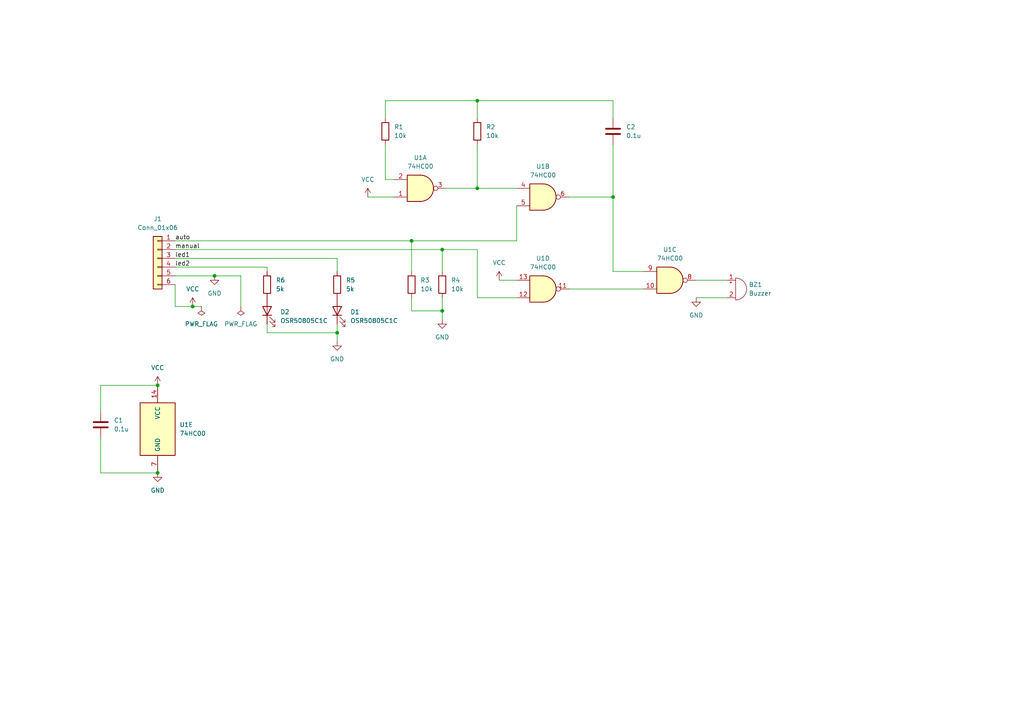
<source format=kicad_sch>
(kicad_sch (version 20211123) (generator eeschema)

  (uuid e63e39d7-6ac0-4ffd-8aa3-1841a4541b55)

  (paper "A4")

  (lib_symbols
    (symbol "74xx:74HC00" (pin_names (offset 1.016)) (in_bom yes) (on_board yes)
      (property "Reference" "U" (id 0) (at 0 1.27 0)
        (effects (font (size 1.27 1.27)))
      )
      (property "Value" "74HC00" (id 1) (at 0 -1.27 0)
        (effects (font (size 1.27 1.27)))
      )
      (property "Footprint" "" (id 2) (at 0 0 0)
        (effects (font (size 1.27 1.27)) hide)
      )
      (property "Datasheet" "http://www.ti.com/lit/gpn/sn74hc00" (id 3) (at 0 0 0)
        (effects (font (size 1.27 1.27)) hide)
      )
      (property "ki_locked" "" (id 4) (at 0 0 0)
        (effects (font (size 1.27 1.27)))
      )
      (property "ki_keywords" "HCMOS nand 2-input" (id 5) (at 0 0 0)
        (effects (font (size 1.27 1.27)) hide)
      )
      (property "ki_description" "quad 2-input NAND gate" (id 6) (at 0 0 0)
        (effects (font (size 1.27 1.27)) hide)
      )
      (property "ki_fp_filters" "DIP*W7.62mm* SO14*" (id 7) (at 0 0 0)
        (effects (font (size 1.27 1.27)) hide)
      )
      (symbol "74HC00_1_1"
        (arc (start 0 -3.81) (mid 3.81 0) (end 0 3.81)
          (stroke (width 0.254) (type default) (color 0 0 0 0))
          (fill (type background))
        )
        (polyline
          (pts
            (xy 0 3.81)
            (xy -3.81 3.81)
            (xy -3.81 -3.81)
            (xy 0 -3.81)
          )
          (stroke (width 0.254) (type default) (color 0 0 0 0))
          (fill (type background))
        )
        (pin input line (at -7.62 2.54 0) (length 3.81)
          (name "~" (effects (font (size 1.27 1.27))))
          (number "1" (effects (font (size 1.27 1.27))))
        )
        (pin input line (at -7.62 -2.54 0) (length 3.81)
          (name "~" (effects (font (size 1.27 1.27))))
          (number "2" (effects (font (size 1.27 1.27))))
        )
        (pin output inverted (at 7.62 0 180) (length 3.81)
          (name "~" (effects (font (size 1.27 1.27))))
          (number "3" (effects (font (size 1.27 1.27))))
        )
      )
      (symbol "74HC00_1_2"
        (arc (start -3.81 -3.81) (mid -2.589 0) (end -3.81 3.81)
          (stroke (width 0.254) (type default) (color 0 0 0 0))
          (fill (type none))
        )
        (arc (start -0.6096 -3.81) (mid 2.1855 -2.584) (end 3.81 0)
          (stroke (width 0.254) (type default) (color 0 0 0 0))
          (fill (type background))
        )
        (polyline
          (pts
            (xy -3.81 -3.81)
            (xy -0.635 -3.81)
          )
          (stroke (width 0.254) (type default) (color 0 0 0 0))
          (fill (type background))
        )
        (polyline
          (pts
            (xy -3.81 3.81)
            (xy -0.635 3.81)
          )
          (stroke (width 0.254) (type default) (color 0 0 0 0))
          (fill (type background))
        )
        (polyline
          (pts
            (xy -0.635 3.81)
            (xy -3.81 3.81)
            (xy -3.81 3.81)
            (xy -3.556 3.4036)
            (xy -3.0226 2.2606)
            (xy -2.6924 1.0414)
            (xy -2.6162 -0.254)
            (xy -2.7686 -1.4986)
            (xy -3.175 -2.7178)
            (xy -3.81 -3.81)
            (xy -3.81 -3.81)
            (xy -0.635 -3.81)
          )
          (stroke (width -25.4) (type default) (color 0 0 0 0))
          (fill (type background))
        )
        (arc (start 3.81 0) (mid 2.1928 2.5925) (end -0.6096 3.81)
          (stroke (width 0.254) (type default) (color 0 0 0 0))
          (fill (type background))
        )
        (pin input inverted (at -7.62 2.54 0) (length 4.318)
          (name "~" (effects (font (size 1.27 1.27))))
          (number "1" (effects (font (size 1.27 1.27))))
        )
        (pin input inverted (at -7.62 -2.54 0) (length 4.318)
          (name "~" (effects (font (size 1.27 1.27))))
          (number "2" (effects (font (size 1.27 1.27))))
        )
        (pin output line (at 7.62 0 180) (length 3.81)
          (name "~" (effects (font (size 1.27 1.27))))
          (number "3" (effects (font (size 1.27 1.27))))
        )
      )
      (symbol "74HC00_2_1"
        (arc (start 0 -3.81) (mid 3.81 0) (end 0 3.81)
          (stroke (width 0.254) (type default) (color 0 0 0 0))
          (fill (type background))
        )
        (polyline
          (pts
            (xy 0 3.81)
            (xy -3.81 3.81)
            (xy -3.81 -3.81)
            (xy 0 -3.81)
          )
          (stroke (width 0.254) (type default) (color 0 0 0 0))
          (fill (type background))
        )
        (pin input line (at -7.62 2.54 0) (length 3.81)
          (name "~" (effects (font (size 1.27 1.27))))
          (number "4" (effects (font (size 1.27 1.27))))
        )
        (pin input line (at -7.62 -2.54 0) (length 3.81)
          (name "~" (effects (font (size 1.27 1.27))))
          (number "5" (effects (font (size 1.27 1.27))))
        )
        (pin output inverted (at 7.62 0 180) (length 3.81)
          (name "~" (effects (font (size 1.27 1.27))))
          (number "6" (effects (font (size 1.27 1.27))))
        )
      )
      (symbol "74HC00_2_2"
        (arc (start -3.81 -3.81) (mid -2.589 0) (end -3.81 3.81)
          (stroke (width 0.254) (type default) (color 0 0 0 0))
          (fill (type none))
        )
        (arc (start -0.6096 -3.81) (mid 2.1855 -2.584) (end 3.81 0)
          (stroke (width 0.254) (type default) (color 0 0 0 0))
          (fill (type background))
        )
        (polyline
          (pts
            (xy -3.81 -3.81)
            (xy -0.635 -3.81)
          )
          (stroke (width 0.254) (type default) (color 0 0 0 0))
          (fill (type background))
        )
        (polyline
          (pts
            (xy -3.81 3.81)
            (xy -0.635 3.81)
          )
          (stroke (width 0.254) (type default) (color 0 0 0 0))
          (fill (type background))
        )
        (polyline
          (pts
            (xy -0.635 3.81)
            (xy -3.81 3.81)
            (xy -3.81 3.81)
            (xy -3.556 3.4036)
            (xy -3.0226 2.2606)
            (xy -2.6924 1.0414)
            (xy -2.6162 -0.254)
            (xy -2.7686 -1.4986)
            (xy -3.175 -2.7178)
            (xy -3.81 -3.81)
            (xy -3.81 -3.81)
            (xy -0.635 -3.81)
          )
          (stroke (width -25.4) (type default) (color 0 0 0 0))
          (fill (type background))
        )
        (arc (start 3.81 0) (mid 2.1928 2.5925) (end -0.6096 3.81)
          (stroke (width 0.254) (type default) (color 0 0 0 0))
          (fill (type background))
        )
        (pin input inverted (at -7.62 2.54 0) (length 4.318)
          (name "~" (effects (font (size 1.27 1.27))))
          (number "4" (effects (font (size 1.27 1.27))))
        )
        (pin input inverted (at -7.62 -2.54 0) (length 4.318)
          (name "~" (effects (font (size 1.27 1.27))))
          (number "5" (effects (font (size 1.27 1.27))))
        )
        (pin output line (at 7.62 0 180) (length 3.81)
          (name "~" (effects (font (size 1.27 1.27))))
          (number "6" (effects (font (size 1.27 1.27))))
        )
      )
      (symbol "74HC00_3_1"
        (arc (start 0 -3.81) (mid 3.81 0) (end 0 3.81)
          (stroke (width 0.254) (type default) (color 0 0 0 0))
          (fill (type background))
        )
        (polyline
          (pts
            (xy 0 3.81)
            (xy -3.81 3.81)
            (xy -3.81 -3.81)
            (xy 0 -3.81)
          )
          (stroke (width 0.254) (type default) (color 0 0 0 0))
          (fill (type background))
        )
        (pin input line (at -7.62 -2.54 0) (length 3.81)
          (name "~" (effects (font (size 1.27 1.27))))
          (number "10" (effects (font (size 1.27 1.27))))
        )
        (pin output inverted (at 7.62 0 180) (length 3.81)
          (name "~" (effects (font (size 1.27 1.27))))
          (number "8" (effects (font (size 1.27 1.27))))
        )
        (pin input line (at -7.62 2.54 0) (length 3.81)
          (name "~" (effects (font (size 1.27 1.27))))
          (number "9" (effects (font (size 1.27 1.27))))
        )
      )
      (symbol "74HC00_3_2"
        (arc (start -3.81 -3.81) (mid -2.589 0) (end -3.81 3.81)
          (stroke (width 0.254) (type default) (color 0 0 0 0))
          (fill (type none))
        )
        (arc (start -0.6096 -3.81) (mid 2.1855 -2.584) (end 3.81 0)
          (stroke (width 0.254) (type default) (color 0 0 0 0))
          (fill (type background))
        )
        (polyline
          (pts
            (xy -3.81 -3.81)
            (xy -0.635 -3.81)
          )
          (stroke (width 0.254) (type default) (color 0 0 0 0))
          (fill (type background))
        )
        (polyline
          (pts
            (xy -3.81 3.81)
            (xy -0.635 3.81)
          )
          (stroke (width 0.254) (type default) (color 0 0 0 0))
          (fill (type background))
        )
        (polyline
          (pts
            (xy -0.635 3.81)
            (xy -3.81 3.81)
            (xy -3.81 3.81)
            (xy -3.556 3.4036)
            (xy -3.0226 2.2606)
            (xy -2.6924 1.0414)
            (xy -2.6162 -0.254)
            (xy -2.7686 -1.4986)
            (xy -3.175 -2.7178)
            (xy -3.81 -3.81)
            (xy -3.81 -3.81)
            (xy -0.635 -3.81)
          )
          (stroke (width -25.4) (type default) (color 0 0 0 0))
          (fill (type background))
        )
        (arc (start 3.81 0) (mid 2.1928 2.5925) (end -0.6096 3.81)
          (stroke (width 0.254) (type default) (color 0 0 0 0))
          (fill (type background))
        )
        (pin input inverted (at -7.62 -2.54 0) (length 4.318)
          (name "~" (effects (font (size 1.27 1.27))))
          (number "10" (effects (font (size 1.27 1.27))))
        )
        (pin output line (at 7.62 0 180) (length 3.81)
          (name "~" (effects (font (size 1.27 1.27))))
          (number "8" (effects (font (size 1.27 1.27))))
        )
        (pin input inverted (at -7.62 2.54 0) (length 4.318)
          (name "~" (effects (font (size 1.27 1.27))))
          (number "9" (effects (font (size 1.27 1.27))))
        )
      )
      (symbol "74HC00_4_1"
        (arc (start 0 -3.81) (mid 3.81 0) (end 0 3.81)
          (stroke (width 0.254) (type default) (color 0 0 0 0))
          (fill (type background))
        )
        (polyline
          (pts
            (xy 0 3.81)
            (xy -3.81 3.81)
            (xy -3.81 -3.81)
            (xy 0 -3.81)
          )
          (stroke (width 0.254) (type default) (color 0 0 0 0))
          (fill (type background))
        )
        (pin output inverted (at 7.62 0 180) (length 3.81)
          (name "~" (effects (font (size 1.27 1.27))))
          (number "11" (effects (font (size 1.27 1.27))))
        )
        (pin input line (at -7.62 2.54 0) (length 3.81)
          (name "~" (effects (font (size 1.27 1.27))))
          (number "12" (effects (font (size 1.27 1.27))))
        )
        (pin input line (at -7.62 -2.54 0) (length 3.81)
          (name "~" (effects (font (size 1.27 1.27))))
          (number "13" (effects (font (size 1.27 1.27))))
        )
      )
      (symbol "74HC00_4_2"
        (arc (start -3.81 -3.81) (mid -2.589 0) (end -3.81 3.81)
          (stroke (width 0.254) (type default) (color 0 0 0 0))
          (fill (type none))
        )
        (arc (start -0.6096 -3.81) (mid 2.1855 -2.584) (end 3.81 0)
          (stroke (width 0.254) (type default) (color 0 0 0 0))
          (fill (type background))
        )
        (polyline
          (pts
            (xy -3.81 -3.81)
            (xy -0.635 -3.81)
          )
          (stroke (width 0.254) (type default) (color 0 0 0 0))
          (fill (type background))
        )
        (polyline
          (pts
            (xy -3.81 3.81)
            (xy -0.635 3.81)
          )
          (stroke (width 0.254) (type default) (color 0 0 0 0))
          (fill (type background))
        )
        (polyline
          (pts
            (xy -0.635 3.81)
            (xy -3.81 3.81)
            (xy -3.81 3.81)
            (xy -3.556 3.4036)
            (xy -3.0226 2.2606)
            (xy -2.6924 1.0414)
            (xy -2.6162 -0.254)
            (xy -2.7686 -1.4986)
            (xy -3.175 -2.7178)
            (xy -3.81 -3.81)
            (xy -3.81 -3.81)
            (xy -0.635 -3.81)
          )
          (stroke (width -25.4) (type default) (color 0 0 0 0))
          (fill (type background))
        )
        (arc (start 3.81 0) (mid 2.1928 2.5925) (end -0.6096 3.81)
          (stroke (width 0.254) (type default) (color 0 0 0 0))
          (fill (type background))
        )
        (pin output line (at 7.62 0 180) (length 3.81)
          (name "~" (effects (font (size 1.27 1.27))))
          (number "11" (effects (font (size 1.27 1.27))))
        )
        (pin input inverted (at -7.62 2.54 0) (length 4.318)
          (name "~" (effects (font (size 1.27 1.27))))
          (number "12" (effects (font (size 1.27 1.27))))
        )
        (pin input inverted (at -7.62 -2.54 0) (length 4.318)
          (name "~" (effects (font (size 1.27 1.27))))
          (number "13" (effects (font (size 1.27 1.27))))
        )
      )
      (symbol "74HC00_5_0"
        (pin power_in line (at 0 12.7 270) (length 5.08)
          (name "VCC" (effects (font (size 1.27 1.27))))
          (number "14" (effects (font (size 1.27 1.27))))
        )
        (pin power_in line (at 0 -12.7 90) (length 5.08)
          (name "GND" (effects (font (size 1.27 1.27))))
          (number "7" (effects (font (size 1.27 1.27))))
        )
      )
      (symbol "74HC00_5_1"
        (rectangle (start -5.08 7.62) (end 5.08 -7.62)
          (stroke (width 0.254) (type default) (color 0 0 0 0))
          (fill (type background))
        )
      )
    )
    (symbol "Connector_Generic:Conn_01x06" (pin_names (offset 1.016) hide) (in_bom yes) (on_board yes)
      (property "Reference" "J" (id 0) (at 0 7.62 0)
        (effects (font (size 1.27 1.27)))
      )
      (property "Value" "Conn_01x06" (id 1) (at 0 -10.16 0)
        (effects (font (size 1.27 1.27)))
      )
      (property "Footprint" "" (id 2) (at 0 0 0)
        (effects (font (size 1.27 1.27)) hide)
      )
      (property "Datasheet" "~" (id 3) (at 0 0 0)
        (effects (font (size 1.27 1.27)) hide)
      )
      (property "ki_keywords" "connector" (id 4) (at 0 0 0)
        (effects (font (size 1.27 1.27)) hide)
      )
      (property "ki_description" "Generic connector, single row, 01x06, script generated (kicad-library-utils/schlib/autogen/connector/)" (id 5) (at 0 0 0)
        (effects (font (size 1.27 1.27)) hide)
      )
      (property "ki_fp_filters" "Connector*:*_1x??_*" (id 6) (at 0 0 0)
        (effects (font (size 1.27 1.27)) hide)
      )
      (symbol "Conn_01x06_1_1"
        (rectangle (start -1.27 -7.493) (end 0 -7.747)
          (stroke (width 0.1524) (type default) (color 0 0 0 0))
          (fill (type none))
        )
        (rectangle (start -1.27 -4.953) (end 0 -5.207)
          (stroke (width 0.1524) (type default) (color 0 0 0 0))
          (fill (type none))
        )
        (rectangle (start -1.27 -2.413) (end 0 -2.667)
          (stroke (width 0.1524) (type default) (color 0 0 0 0))
          (fill (type none))
        )
        (rectangle (start -1.27 0.127) (end 0 -0.127)
          (stroke (width 0.1524) (type default) (color 0 0 0 0))
          (fill (type none))
        )
        (rectangle (start -1.27 2.667) (end 0 2.413)
          (stroke (width 0.1524) (type default) (color 0 0 0 0))
          (fill (type none))
        )
        (rectangle (start -1.27 5.207) (end 0 4.953)
          (stroke (width 0.1524) (type default) (color 0 0 0 0))
          (fill (type none))
        )
        (rectangle (start -1.27 6.35) (end 1.27 -8.89)
          (stroke (width 0.254) (type default) (color 0 0 0 0))
          (fill (type background))
        )
        (pin passive line (at -5.08 5.08 0) (length 3.81)
          (name "Pin_1" (effects (font (size 1.27 1.27))))
          (number "1" (effects (font (size 1.27 1.27))))
        )
        (pin passive line (at -5.08 2.54 0) (length 3.81)
          (name "Pin_2" (effects (font (size 1.27 1.27))))
          (number "2" (effects (font (size 1.27 1.27))))
        )
        (pin passive line (at -5.08 0 0) (length 3.81)
          (name "Pin_3" (effects (font (size 1.27 1.27))))
          (number "3" (effects (font (size 1.27 1.27))))
        )
        (pin passive line (at -5.08 -2.54 0) (length 3.81)
          (name "Pin_4" (effects (font (size 1.27 1.27))))
          (number "4" (effects (font (size 1.27 1.27))))
        )
        (pin passive line (at -5.08 -5.08 0) (length 3.81)
          (name "Pin_5" (effects (font (size 1.27 1.27))))
          (number "5" (effects (font (size 1.27 1.27))))
        )
        (pin passive line (at -5.08 -7.62 0) (length 3.81)
          (name "Pin_6" (effects (font (size 1.27 1.27))))
          (number "6" (effects (font (size 1.27 1.27))))
        )
      )
    )
    (symbol "Device:Buzzer" (pin_names (offset 0.0254) hide) (in_bom yes) (on_board yes)
      (property "Reference" "BZ" (id 0) (at 3.81 1.27 0)
        (effects (font (size 1.27 1.27)) (justify left))
      )
      (property "Value" "Buzzer" (id 1) (at 3.81 -1.27 0)
        (effects (font (size 1.27 1.27)) (justify left))
      )
      (property "Footprint" "" (id 2) (at -0.635 2.54 90)
        (effects (font (size 1.27 1.27)) hide)
      )
      (property "Datasheet" "~" (id 3) (at -0.635 2.54 90)
        (effects (font (size 1.27 1.27)) hide)
      )
      (property "ki_keywords" "quartz resonator ceramic" (id 4) (at 0 0 0)
        (effects (font (size 1.27 1.27)) hide)
      )
      (property "ki_description" "Buzzer, polarized" (id 5) (at 0 0 0)
        (effects (font (size 1.27 1.27)) hide)
      )
      (property "ki_fp_filters" "*Buzzer*" (id 6) (at 0 0 0)
        (effects (font (size 1.27 1.27)) hide)
      )
      (symbol "Buzzer_0_1"
        (arc (start 0 -3.175) (mid 3.175 0) (end 0 3.175)
          (stroke (width 0) (type default) (color 0 0 0 0))
          (fill (type none))
        )
        (polyline
          (pts
            (xy -1.651 1.905)
            (xy -1.143 1.905)
          )
          (stroke (width 0) (type default) (color 0 0 0 0))
          (fill (type none))
        )
        (polyline
          (pts
            (xy -1.397 2.159)
            (xy -1.397 1.651)
          )
          (stroke (width 0) (type default) (color 0 0 0 0))
          (fill (type none))
        )
        (polyline
          (pts
            (xy 0 3.175)
            (xy 0 -3.175)
          )
          (stroke (width 0) (type default) (color 0 0 0 0))
          (fill (type none))
        )
      )
      (symbol "Buzzer_1_1"
        (pin passive line (at -2.54 2.54 0) (length 2.54)
          (name "-" (effects (font (size 1.27 1.27))))
          (number "1" (effects (font (size 1.27 1.27))))
        )
        (pin passive line (at -2.54 -2.54 0) (length 2.54)
          (name "+" (effects (font (size 1.27 1.27))))
          (number "2" (effects (font (size 1.27 1.27))))
        )
      )
    )
    (symbol "Device:C" (pin_numbers hide) (pin_names (offset 0.254)) (in_bom yes) (on_board yes)
      (property "Reference" "C" (id 0) (at 0.635 2.54 0)
        (effects (font (size 1.27 1.27)) (justify left))
      )
      (property "Value" "C" (id 1) (at 0.635 -2.54 0)
        (effects (font (size 1.27 1.27)) (justify left))
      )
      (property "Footprint" "" (id 2) (at 0.9652 -3.81 0)
        (effects (font (size 1.27 1.27)) hide)
      )
      (property "Datasheet" "~" (id 3) (at 0 0 0)
        (effects (font (size 1.27 1.27)) hide)
      )
      (property "ki_keywords" "cap capacitor" (id 4) (at 0 0 0)
        (effects (font (size 1.27 1.27)) hide)
      )
      (property "ki_description" "Unpolarized capacitor" (id 5) (at 0 0 0)
        (effects (font (size 1.27 1.27)) hide)
      )
      (property "ki_fp_filters" "C_*" (id 6) (at 0 0 0)
        (effects (font (size 1.27 1.27)) hide)
      )
      (symbol "C_0_1"
        (polyline
          (pts
            (xy -2.032 -0.762)
            (xy 2.032 -0.762)
          )
          (stroke (width 0.508) (type default) (color 0 0 0 0))
          (fill (type none))
        )
        (polyline
          (pts
            (xy -2.032 0.762)
            (xy 2.032 0.762)
          )
          (stroke (width 0.508) (type default) (color 0 0 0 0))
          (fill (type none))
        )
      )
      (symbol "C_1_1"
        (pin passive line (at 0 3.81 270) (length 2.794)
          (name "~" (effects (font (size 1.27 1.27))))
          (number "1" (effects (font (size 1.27 1.27))))
        )
        (pin passive line (at 0 -3.81 90) (length 2.794)
          (name "~" (effects (font (size 1.27 1.27))))
          (number "2" (effects (font (size 1.27 1.27))))
        )
      )
    )
    (symbol "Device:LED" (pin_numbers hide) (pin_names (offset 1.016) hide) (in_bom yes) (on_board yes)
      (property "Reference" "D" (id 0) (at 0 2.54 0)
        (effects (font (size 1.27 1.27)))
      )
      (property "Value" "LED" (id 1) (at 0 -2.54 0)
        (effects (font (size 1.27 1.27)))
      )
      (property "Footprint" "" (id 2) (at 0 0 0)
        (effects (font (size 1.27 1.27)) hide)
      )
      (property "Datasheet" "~" (id 3) (at 0 0 0)
        (effects (font (size 1.27 1.27)) hide)
      )
      (property "ki_keywords" "LED diode" (id 4) (at 0 0 0)
        (effects (font (size 1.27 1.27)) hide)
      )
      (property "ki_description" "Light emitting diode" (id 5) (at 0 0 0)
        (effects (font (size 1.27 1.27)) hide)
      )
      (property "ki_fp_filters" "LED* LED_SMD:* LED_THT:*" (id 6) (at 0 0 0)
        (effects (font (size 1.27 1.27)) hide)
      )
      (symbol "LED_0_1"
        (polyline
          (pts
            (xy -1.27 -1.27)
            (xy -1.27 1.27)
          )
          (stroke (width 0.254) (type default) (color 0 0 0 0))
          (fill (type none))
        )
        (polyline
          (pts
            (xy -1.27 0)
            (xy 1.27 0)
          )
          (stroke (width 0) (type default) (color 0 0 0 0))
          (fill (type none))
        )
        (polyline
          (pts
            (xy 1.27 -1.27)
            (xy 1.27 1.27)
            (xy -1.27 0)
            (xy 1.27 -1.27)
          )
          (stroke (width 0.254) (type default) (color 0 0 0 0))
          (fill (type none))
        )
        (polyline
          (pts
            (xy -3.048 -0.762)
            (xy -4.572 -2.286)
            (xy -3.81 -2.286)
            (xy -4.572 -2.286)
            (xy -4.572 -1.524)
          )
          (stroke (width 0) (type default) (color 0 0 0 0))
          (fill (type none))
        )
        (polyline
          (pts
            (xy -1.778 -0.762)
            (xy -3.302 -2.286)
            (xy -2.54 -2.286)
            (xy -3.302 -2.286)
            (xy -3.302 -1.524)
          )
          (stroke (width 0) (type default) (color 0 0 0 0))
          (fill (type none))
        )
      )
      (symbol "LED_1_1"
        (pin passive line (at -3.81 0 0) (length 2.54)
          (name "K" (effects (font (size 1.27 1.27))))
          (number "1" (effects (font (size 1.27 1.27))))
        )
        (pin passive line (at 3.81 0 180) (length 2.54)
          (name "A" (effects (font (size 1.27 1.27))))
          (number "2" (effects (font (size 1.27 1.27))))
        )
      )
    )
    (symbol "Device:R" (pin_numbers hide) (pin_names (offset 0)) (in_bom yes) (on_board yes)
      (property "Reference" "R" (id 0) (at 2.032 0 90)
        (effects (font (size 1.27 1.27)))
      )
      (property "Value" "R" (id 1) (at 0 0 90)
        (effects (font (size 1.27 1.27)))
      )
      (property "Footprint" "" (id 2) (at -1.778 0 90)
        (effects (font (size 1.27 1.27)) hide)
      )
      (property "Datasheet" "~" (id 3) (at 0 0 0)
        (effects (font (size 1.27 1.27)) hide)
      )
      (property "ki_keywords" "R res resistor" (id 4) (at 0 0 0)
        (effects (font (size 1.27 1.27)) hide)
      )
      (property "ki_description" "Resistor" (id 5) (at 0 0 0)
        (effects (font (size 1.27 1.27)) hide)
      )
      (property "ki_fp_filters" "R_*" (id 6) (at 0 0 0)
        (effects (font (size 1.27 1.27)) hide)
      )
      (symbol "R_0_1"
        (rectangle (start -1.016 -2.54) (end 1.016 2.54)
          (stroke (width 0.254) (type default) (color 0 0 0 0))
          (fill (type none))
        )
      )
      (symbol "R_1_1"
        (pin passive line (at 0 3.81 270) (length 1.27)
          (name "~" (effects (font (size 1.27 1.27))))
          (number "1" (effects (font (size 1.27 1.27))))
        )
        (pin passive line (at 0 -3.81 90) (length 1.27)
          (name "~" (effects (font (size 1.27 1.27))))
          (number "2" (effects (font (size 1.27 1.27))))
        )
      )
    )
    (symbol "power:GND" (power) (pin_names (offset 0)) (in_bom yes) (on_board yes)
      (property "Reference" "#PWR" (id 0) (at 0 -6.35 0)
        (effects (font (size 1.27 1.27)) hide)
      )
      (property "Value" "GND" (id 1) (at 0 -3.81 0)
        (effects (font (size 1.27 1.27)))
      )
      (property "Footprint" "" (id 2) (at 0 0 0)
        (effects (font (size 1.27 1.27)) hide)
      )
      (property "Datasheet" "" (id 3) (at 0 0 0)
        (effects (font (size 1.27 1.27)) hide)
      )
      (property "ki_keywords" "power-flag" (id 4) (at 0 0 0)
        (effects (font (size 1.27 1.27)) hide)
      )
      (property "ki_description" "Power symbol creates a global label with name \"GND\" , ground" (id 5) (at 0 0 0)
        (effects (font (size 1.27 1.27)) hide)
      )
      (symbol "GND_0_1"
        (polyline
          (pts
            (xy 0 0)
            (xy 0 -1.27)
            (xy 1.27 -1.27)
            (xy 0 -2.54)
            (xy -1.27 -1.27)
            (xy 0 -1.27)
          )
          (stroke (width 0) (type default) (color 0 0 0 0))
          (fill (type none))
        )
      )
      (symbol "GND_1_1"
        (pin power_in line (at 0 0 270) (length 0) hide
          (name "GND" (effects (font (size 1.27 1.27))))
          (number "1" (effects (font (size 1.27 1.27))))
        )
      )
    )
    (symbol "power:PWR_FLAG" (power) (pin_numbers hide) (pin_names (offset 0) hide) (in_bom yes) (on_board yes)
      (property "Reference" "#FLG" (id 0) (at 0 1.905 0)
        (effects (font (size 1.27 1.27)) hide)
      )
      (property "Value" "PWR_FLAG" (id 1) (at 0 3.81 0)
        (effects (font (size 1.27 1.27)))
      )
      (property "Footprint" "" (id 2) (at 0 0 0)
        (effects (font (size 1.27 1.27)) hide)
      )
      (property "Datasheet" "~" (id 3) (at 0 0 0)
        (effects (font (size 1.27 1.27)) hide)
      )
      (property "ki_keywords" "power-flag" (id 4) (at 0 0 0)
        (effects (font (size 1.27 1.27)) hide)
      )
      (property "ki_description" "Special symbol for telling ERC where power comes from" (id 5) (at 0 0 0)
        (effects (font (size 1.27 1.27)) hide)
      )
      (symbol "PWR_FLAG_0_0"
        (pin power_out line (at 0 0 90) (length 0)
          (name "pwr" (effects (font (size 1.27 1.27))))
          (number "1" (effects (font (size 1.27 1.27))))
        )
      )
      (symbol "PWR_FLAG_0_1"
        (polyline
          (pts
            (xy 0 0)
            (xy 0 1.27)
            (xy -1.016 1.905)
            (xy 0 2.54)
            (xy 1.016 1.905)
            (xy 0 1.27)
          )
          (stroke (width 0) (type default) (color 0 0 0 0))
          (fill (type none))
        )
      )
    )
    (symbol "power:VCC" (power) (pin_names (offset 0)) (in_bom yes) (on_board yes)
      (property "Reference" "#PWR" (id 0) (at 0 -3.81 0)
        (effects (font (size 1.27 1.27)) hide)
      )
      (property "Value" "VCC" (id 1) (at 0 3.81 0)
        (effects (font (size 1.27 1.27)))
      )
      (property "Footprint" "" (id 2) (at 0 0 0)
        (effects (font (size 1.27 1.27)) hide)
      )
      (property "Datasheet" "" (id 3) (at 0 0 0)
        (effects (font (size 1.27 1.27)) hide)
      )
      (property "ki_keywords" "power-flag" (id 4) (at 0 0 0)
        (effects (font (size 1.27 1.27)) hide)
      )
      (property "ki_description" "Power symbol creates a global label with name \"VCC\"" (id 5) (at 0 0 0)
        (effects (font (size 1.27 1.27)) hide)
      )
      (symbol "VCC_0_1"
        (polyline
          (pts
            (xy -0.762 1.27)
            (xy 0 2.54)
          )
          (stroke (width 0) (type default) (color 0 0 0 0))
          (fill (type none))
        )
        (polyline
          (pts
            (xy 0 0)
            (xy 0 2.54)
          )
          (stroke (width 0) (type default) (color 0 0 0 0))
          (fill (type none))
        )
        (polyline
          (pts
            (xy 0 2.54)
            (xy 0.762 1.27)
          )
          (stroke (width 0) (type default) (color 0 0 0 0))
          (fill (type none))
        )
      )
      (symbol "VCC_1_1"
        (pin power_in line (at 0 0 90) (length 0) hide
          (name "VCC" (effects (font (size 1.27 1.27))))
          (number "1" (effects (font (size 1.27 1.27))))
        )
      )
    )
  )

  (junction (at 45.72 111.76) (diameter 0) (color 0 0 0 0)
    (uuid 0543a092-94d5-4c57-ad50-3b1ead9f026d)
  )
  (junction (at 62.23 80.01) (diameter 0) (color 0 0 0 0)
    (uuid 0c0d9cdd-bad3-4223-bc8d-287c4860701f)
  )
  (junction (at 138.43 54.61) (diameter 0) (color 0 0 0 0)
    (uuid 2c3bdee3-131c-4ab9-b0f8-006d1db84015)
  )
  (junction (at 138.43 29.21) (diameter 0) (color 0 0 0 0)
    (uuid 2fb54651-e5df-4ffd-bbfd-3329a8c51bec)
  )
  (junction (at 55.88 88.9) (diameter 0) (color 0 0 0 0)
    (uuid 3f903c4d-5deb-4766-a70d-fca87692c76b)
  )
  (junction (at 177.8 57.15) (diameter 0) (color 0 0 0 0)
    (uuid 9a1a2046-7857-43b3-805a-38aa42ddaa86)
  )
  (junction (at 119.38 69.85) (diameter 0) (color 0 0 0 0)
    (uuid a797df6b-da07-482e-92c5-64657eedd921)
  )
  (junction (at 128.27 90.17) (diameter 0) (color 0 0 0 0)
    (uuid af523c43-509d-482a-867a-108f216f919a)
  )
  (junction (at 45.72 137.16) (diameter 0) (color 0 0 0 0)
    (uuid c6cd3ce4-573c-4bd4-9ed2-8437a3f70ef1)
  )
  (junction (at 97.79 96.52) (diameter 0) (color 0 0 0 0)
    (uuid d3f194e7-b12a-4b58-8c8d-71ab6a184545)
  )
  (junction (at 128.27 72.39) (diameter 0) (color 0 0 0 0)
    (uuid f94c5fce-1d9e-4753-9ac6-ab19b89526a9)
  )

  (wire (pts (xy 77.47 93.98) (xy 77.47 96.52))
    (stroke (width 0) (type default) (color 0 0 0 0))
    (uuid 00345c8e-1bf2-4fa2-ab66-bb244c7ca564)
  )
  (wire (pts (xy 29.21 127) (xy 29.21 137.16))
    (stroke (width 0) (type default) (color 0 0 0 0))
    (uuid 0ada0838-2ca5-4044-ac89-860e060787ba)
  )
  (wire (pts (xy 62.23 80.01) (xy 69.85 80.01))
    (stroke (width 0) (type default) (color 0 0 0 0))
    (uuid 0d9f84d1-16f8-4009-90f2-5d4ad6c8401e)
  )
  (wire (pts (xy 106.68 57.15) (xy 114.3 57.15))
    (stroke (width 0) (type default) (color 0 0 0 0))
    (uuid 0dccfc25-377d-4243-b07c-b0069b2b26c1)
  )
  (wire (pts (xy 55.88 88.9) (xy 58.42 88.9))
    (stroke (width 0) (type default) (color 0 0 0 0))
    (uuid 174c0103-2ae5-4b43-aaf4-b6d35d41f6cb)
  )
  (wire (pts (xy 50.8 72.39) (xy 128.27 72.39))
    (stroke (width 0) (type default) (color 0 0 0 0))
    (uuid 17843e8f-c02f-4792-b2c4-f61637f8e598)
  )
  (wire (pts (xy 177.8 78.74) (xy 186.69 78.74))
    (stroke (width 0) (type default) (color 0 0 0 0))
    (uuid 1a52a89c-8682-4b86-96c8-37e2c23085b0)
  )
  (wire (pts (xy 111.76 29.21) (xy 138.43 29.21))
    (stroke (width 0) (type default) (color 0 0 0 0))
    (uuid 1f5beb24-3b2e-478d-868e-22a9166bce3e)
  )
  (wire (pts (xy 165.1 83.82) (xy 186.69 83.82))
    (stroke (width 0) (type default) (color 0 0 0 0))
    (uuid 2249d8be-d947-462b-ae35-a1d0232aef5b)
  )
  (wire (pts (xy 119.38 69.85) (xy 119.38 78.74))
    (stroke (width 0) (type default) (color 0 0 0 0))
    (uuid 224b990f-fd77-41ae-a3cf-87a7de63eb0d)
  )
  (wire (pts (xy 50.8 74.93) (xy 97.79 74.93))
    (stroke (width 0) (type default) (color 0 0 0 0))
    (uuid 23185940-8d3f-4079-85a5-a7e34545c4ce)
  )
  (wire (pts (xy 114.3 52.07) (xy 111.76 52.07))
    (stroke (width 0) (type default) (color 0 0 0 0))
    (uuid 23ba4a6c-f61a-46f3-ac75-8bb5e52597b6)
  )
  (wire (pts (xy 50.8 88.9) (xy 55.88 88.9))
    (stroke (width 0) (type default) (color 0 0 0 0))
    (uuid 2ae71ce8-c768-4bc7-850c-bd0af025c583)
  )
  (wire (pts (xy 201.93 81.28) (xy 210.82 81.28))
    (stroke (width 0) (type default) (color 0 0 0 0))
    (uuid 2bdf0d10-74aa-4e61-82e9-546f713cd415)
  )
  (wire (pts (xy 97.79 96.52) (xy 97.79 99.06))
    (stroke (width 0) (type default) (color 0 0 0 0))
    (uuid 2f0f9b5e-8bba-4492-8899-5bd228117b31)
  )
  (wire (pts (xy 119.38 86.36) (xy 119.38 90.17))
    (stroke (width 0) (type default) (color 0 0 0 0))
    (uuid 30cd9c82-7ade-467e-870c-930f2e6dc805)
  )
  (wire (pts (xy 69.85 80.01) (xy 69.85 88.9))
    (stroke (width 0) (type default) (color 0 0 0 0))
    (uuid 3523257f-57e7-4232-a802-c53fd34e2bae)
  )
  (wire (pts (xy 201.93 86.36) (xy 210.82 86.36))
    (stroke (width 0) (type default) (color 0 0 0 0))
    (uuid 39af4ec2-1853-4408-99b8-e325b7f05d81)
  )
  (wire (pts (xy 128.27 86.36) (xy 128.27 90.17))
    (stroke (width 0) (type default) (color 0 0 0 0))
    (uuid 3a15b05f-a485-4232-bc74-722473e5e75a)
  )
  (wire (pts (xy 177.8 57.15) (xy 177.8 78.74))
    (stroke (width 0) (type default) (color 0 0 0 0))
    (uuid 3b7f0654-6e72-42da-835b-cdd9d7384bf4)
  )
  (wire (pts (xy 165.1 57.15) (xy 177.8 57.15))
    (stroke (width 0) (type default) (color 0 0 0 0))
    (uuid 42eaa9c5-0fee-4a98-add2-e062176deef9)
  )
  (wire (pts (xy 138.43 54.61) (xy 149.86 54.61))
    (stroke (width 0) (type default) (color 0 0 0 0))
    (uuid 5617c1e9-a065-416b-bb66-eca08e9f071b)
  )
  (wire (pts (xy 45.72 111.76) (xy 29.21 111.76))
    (stroke (width 0) (type default) (color 0 0 0 0))
    (uuid 58d0b8c5-b942-4515-9855-f901e0354a48)
  )
  (wire (pts (xy 111.76 29.21) (xy 111.76 34.29))
    (stroke (width 0) (type default) (color 0 0 0 0))
    (uuid 598f9c04-a2c7-45cb-a1dc-7583607665ff)
  )
  (wire (pts (xy 50.8 80.01) (xy 62.23 80.01))
    (stroke (width 0) (type default) (color 0 0 0 0))
    (uuid 5e0a9418-59d8-481b-bed5-9d5b17b4e4f2)
  )
  (wire (pts (xy 97.79 93.98) (xy 97.79 96.52))
    (stroke (width 0) (type default) (color 0 0 0 0))
    (uuid 64d234e6-9557-4892-b506-831607f8df49)
  )
  (wire (pts (xy 138.43 29.21) (xy 138.43 34.29))
    (stroke (width 0) (type default) (color 0 0 0 0))
    (uuid 680efd95-5e89-4585-8556-b7b485a85eb9)
  )
  (wire (pts (xy 128.27 72.39) (xy 138.43 72.39))
    (stroke (width 0) (type default) (color 0 0 0 0))
    (uuid 686636c6-e19c-4ad9-9861-8768e40f6c72)
  )
  (wire (pts (xy 119.38 90.17) (xy 128.27 90.17))
    (stroke (width 0) (type default) (color 0 0 0 0))
    (uuid 80ffd389-819c-4909-bdfd-368e74418af9)
  )
  (wire (pts (xy 138.43 41.91) (xy 138.43 54.61))
    (stroke (width 0) (type default) (color 0 0 0 0))
    (uuid 81c1edbd-d673-47e3-96a5-c7bd6de84919)
  )
  (wire (pts (xy 128.27 90.17) (xy 128.27 92.71))
    (stroke (width 0) (type default) (color 0 0 0 0))
    (uuid 85f2da59-dd5e-4824-a5b5-e68beb13291d)
  )
  (wire (pts (xy 129.54 54.61) (xy 138.43 54.61))
    (stroke (width 0) (type default) (color 0 0 0 0))
    (uuid 8f1094ac-8439-4f2a-b1db-d1b404a9ad3d)
  )
  (wire (pts (xy 149.86 69.85) (xy 149.86 59.69))
    (stroke (width 0) (type default) (color 0 0 0 0))
    (uuid 92b4afb9-8b98-4c28-933d-da5a2799c5c9)
  )
  (wire (pts (xy 50.8 82.55) (xy 50.8 88.9))
    (stroke (width 0) (type default) (color 0 0 0 0))
    (uuid 974dc5f0-3500-4950-b40e-1dcd627496a2)
  )
  (wire (pts (xy 128.27 72.39) (xy 128.27 78.74))
    (stroke (width 0) (type default) (color 0 0 0 0))
    (uuid 9c812173-1e0a-4bb6-9d75-7e1d2f57ad00)
  )
  (wire (pts (xy 50.8 69.85) (xy 119.38 69.85))
    (stroke (width 0) (type default) (color 0 0 0 0))
    (uuid a9fb15ee-d8b1-42ce-8da2-6c6577e61ec9)
  )
  (wire (pts (xy 29.21 111.76) (xy 29.21 119.38))
    (stroke (width 0) (type default) (color 0 0 0 0))
    (uuid acb2acbb-a6de-449d-8d40-276c0f1ab4d8)
  )
  (wire (pts (xy 77.47 77.47) (xy 50.8 77.47))
    (stroke (width 0) (type default) (color 0 0 0 0))
    (uuid b65f4776-177b-41fd-9262-7772a89f7649)
  )
  (wire (pts (xy 138.43 29.21) (xy 177.8 29.21))
    (stroke (width 0) (type default) (color 0 0 0 0))
    (uuid b75516d0-dd37-4180-8644-e257accedd0d)
  )
  (wire (pts (xy 144.78 81.28) (xy 149.86 81.28))
    (stroke (width 0) (type default) (color 0 0 0 0))
    (uuid b7a3823e-7340-417b-9709-17c45c0b343a)
  )
  (wire (pts (xy 77.47 96.52) (xy 97.79 96.52))
    (stroke (width 0) (type default) (color 0 0 0 0))
    (uuid beb318f5-1998-42dd-b99d-198efc3a9853)
  )
  (wire (pts (xy 177.8 41.91) (xy 177.8 57.15))
    (stroke (width 0) (type default) (color 0 0 0 0))
    (uuid c030468a-d468-416f-9a15-2fe570be486d)
  )
  (wire (pts (xy 77.47 78.74) (xy 77.47 77.47))
    (stroke (width 0) (type default) (color 0 0 0 0))
    (uuid ca13821c-4cd3-4f9a-99c1-0ab8bf2e9b5a)
  )
  (wire (pts (xy 119.38 69.85) (xy 149.86 69.85))
    (stroke (width 0) (type default) (color 0 0 0 0))
    (uuid da6019d7-3e6c-4a61-ae02-2b5da2b0c45f)
  )
  (wire (pts (xy 97.79 74.93) (xy 97.79 78.74))
    (stroke (width 0) (type default) (color 0 0 0 0))
    (uuid dcf04b3e-080f-4097-a964-6359e7a9d686)
  )
  (wire (pts (xy 138.43 72.39) (xy 138.43 86.36))
    (stroke (width 0) (type default) (color 0 0 0 0))
    (uuid de60e78d-b49c-4401-8a50-f68174472cb1)
  )
  (wire (pts (xy 29.21 137.16) (xy 45.72 137.16))
    (stroke (width 0) (type default) (color 0 0 0 0))
    (uuid ec477b90-f4cd-40d5-a8dc-9c283583c4f5)
  )
  (wire (pts (xy 138.43 86.36) (xy 149.86 86.36))
    (stroke (width 0) (type default) (color 0 0 0 0))
    (uuid f1653102-91a6-4e4b-9adb-0abe2f5eddd2)
  )
  (wire (pts (xy 111.76 52.07) (xy 111.76 41.91))
    (stroke (width 0) (type default) (color 0 0 0 0))
    (uuid f8d28331-eeae-4d87-867f-0a521759c2f1)
  )
  (wire (pts (xy 177.8 34.29) (xy 177.8 29.21))
    (stroke (width 0) (type default) (color 0 0 0 0))
    (uuid fbb6b872-3d3d-4726-84ce-fd13c7100781)
  )

  (label "auto" (at 50.8 69.85 0)
    (effects (font (size 1.27 1.27)) (justify left bottom))
    (uuid 1c77648d-f0c8-4e31-b256-ba93fcf62684)
  )
  (label "led1" (at 50.8 74.93 0)
    (effects (font (size 1.27 1.27)) (justify left bottom))
    (uuid 52601632-82d4-49f4-8d3e-30a884e6b927)
  )
  (label "led2" (at 50.8 77.47 0)
    (effects (font (size 1.27 1.27)) (justify left bottom))
    (uuid 86449dfe-caf0-48fb-8f91-9ce078c29c73)
  )
  (label "manual" (at 50.8 72.39 0)
    (effects (font (size 1.27 1.27)) (justify left bottom))
    (uuid 9d450d00-a95e-4ae8-9cdc-d70ad7fd6ed2)
  )

  (symbol (lib_id "74xx:74HC00") (at 45.72 124.46 0) (unit 5)
    (in_bom yes) (on_board yes) (fields_autoplaced)
    (uuid 054098ff-400b-4457-b57b-06529669971f)
    (property "Reference" "U1" (id 0) (at 52.07 123.1899 0)
      (effects (font (size 1.27 1.27)) (justify left))
    )
    (property "Value" "74HC00" (id 1) (at 52.07 125.7299 0)
      (effects (font (size 1.27 1.27)) (justify left))
    )
    (property "Footprint" "Package_SO:SO-14_5.3x10.2mm_P1.27mm" (id 2) (at 45.72 124.46 0)
      (effects (font (size 1.27 1.27)) hide)
    )
    (property "Datasheet" "http://www.ti.com/lit/gpn/sn74hc00" (id 3) (at 45.72 124.46 0)
      (effects (font (size 1.27 1.27)) hide)
    )
    (pin "14" (uuid 59885fbd-9866-47f4-888d-9cf27bcffe04))
    (pin "7" (uuid 1826b2cb-18b7-45db-a41b-bf429957bf54))
  )

  (symbol (lib_id "power:PWR_FLAG") (at 58.42 88.9 180) (unit 1)
    (in_bom yes) (on_board yes) (fields_autoplaced)
    (uuid 09ecb59d-405f-4b9b-85aa-0cb37b747d79)
    (property "Reference" "#FLG0101" (id 0) (at 58.42 90.805 0)
      (effects (font (size 1.27 1.27)) hide)
    )
    (property "Value" "PWR_FLAG" (id 1) (at 58.42 93.98 0))
    (property "Footprint" "" (id 2) (at 58.42 88.9 0)
      (effects (font (size 1.27 1.27)) hide)
    )
    (property "Datasheet" "~" (id 3) (at 58.42 88.9 0)
      (effects (font (size 1.27 1.27)) hide)
    )
    (pin "1" (uuid b0eabd34-802b-44cc-86ce-84bf6423da0c))
  )

  (symbol (lib_id "power:VCC") (at 55.88 88.9 0) (unit 1)
    (in_bom yes) (on_board yes) (fields_autoplaced)
    (uuid 1b95101a-987a-4427-b452-a806e51e2a07)
    (property "Reference" "#PWR0107" (id 0) (at 55.88 92.71 0)
      (effects (font (size 1.27 1.27)) hide)
    )
    (property "Value" "VCC" (id 1) (at 55.88 83.82 0))
    (property "Footprint" "" (id 2) (at 55.88 88.9 0)
      (effects (font (size 1.27 1.27)) hide)
    )
    (property "Datasheet" "" (id 3) (at 55.88 88.9 0)
      (effects (font (size 1.27 1.27)) hide)
    )
    (pin "1" (uuid 351e38e5-8979-45d6-ae75-ffba44bdf20e))
  )

  (symbol (lib_id "Device:R") (at 119.38 82.55 0) (unit 1)
    (in_bom yes) (on_board yes) (fields_autoplaced)
    (uuid 2f965ec6-eebf-4f70-bea4-b474e7279464)
    (property "Reference" "R3" (id 0) (at 121.92 81.2799 0)
      (effects (font (size 1.27 1.27)) (justify left))
    )
    (property "Value" "10k" (id 1) (at 121.92 83.8199 0)
      (effects (font (size 1.27 1.27)) (justify left))
    )
    (property "Footprint" "Resistor_SMD:R_0805_2012Metric_Pad1.20x1.40mm_HandSolder" (id 2) (at 117.602 82.55 90)
      (effects (font (size 1.27 1.27)) hide)
    )
    (property "Datasheet" "~" (id 3) (at 119.38 82.55 0)
      (effects (font (size 1.27 1.27)) hide)
    )
    (pin "1" (uuid a8c3a6c2-c4e9-43cf-b7d7-9d52f866a59b))
    (pin "2" (uuid 0655ddce-c9d5-485f-af2d-3a3b7a9f3c36))
  )

  (symbol (lib_id "power:GND") (at 62.23 80.01 0) (unit 1)
    (in_bom yes) (on_board yes) (fields_autoplaced)
    (uuid 3d239651-e8a4-42ae-a3e4-85fac5377cdd)
    (property "Reference" "#PWR0106" (id 0) (at 62.23 86.36 0)
      (effects (font (size 1.27 1.27)) hide)
    )
    (property "Value" "GND" (id 1) (at 62.23 85.09 0))
    (property "Footprint" "" (id 2) (at 62.23 80.01 0)
      (effects (font (size 1.27 1.27)) hide)
    )
    (property "Datasheet" "" (id 3) (at 62.23 80.01 0)
      (effects (font (size 1.27 1.27)) hide)
    )
    (pin "1" (uuid 5b63cc64-810d-4f99-a76a-a479ca0ef650))
  )

  (symbol (lib_id "Device:Buzzer") (at 213.36 83.82 0) (unit 1)
    (in_bom yes) (on_board yes) (fields_autoplaced)
    (uuid 3f02cb7e-2fd4-40dd-81fd-b0bcca195c72)
    (property "Reference" "BZ1" (id 0) (at 217.17 82.5499 0)
      (effects (font (size 1.27 1.27)) (justify left))
    )
    (property "Value" "Buzzer" (id 1) (at 217.17 85.0899 0)
      (effects (font (size 1.27 1.27)) (justify left))
    )
    (property "Footprint" "Buzzer_Beeper:Buzzer_TDK_PS1240P02BT_D12.2mm_H6.5mm" (id 2) (at 212.725 81.28 90)
      (effects (font (size 1.27 1.27)) hide)
    )
    (property "Datasheet" "~" (id 3) (at 212.725 81.28 90)
      (effects (font (size 1.27 1.27)) hide)
    )
    (pin "1" (uuid 4ba3ca72-da87-4ffd-863f-4f23bad3ae74))
    (pin "2" (uuid eb53381a-6142-40bc-bbd2-582e24f01124))
  )

  (symbol (lib_id "power:GND") (at 45.72 137.16 0) (unit 1)
    (in_bom yes) (on_board yes) (fields_autoplaced)
    (uuid 49b11d0c-c2d3-4265-b7a5-506a0b490e6e)
    (property "Reference" "#PWR0109" (id 0) (at 45.72 143.51 0)
      (effects (font (size 1.27 1.27)) hide)
    )
    (property "Value" "GND" (id 1) (at 45.72 142.24 0))
    (property "Footprint" "" (id 2) (at 45.72 137.16 0)
      (effects (font (size 1.27 1.27)) hide)
    )
    (property "Datasheet" "" (id 3) (at 45.72 137.16 0)
      (effects (font (size 1.27 1.27)) hide)
    )
    (pin "1" (uuid cd69f76c-3471-4553-9975-a6ad8918c4b4))
  )

  (symbol (lib_id "Device:LED") (at 97.79 90.17 90) (unit 1)
    (in_bom yes) (on_board yes) (fields_autoplaced)
    (uuid 5c6f857d-da36-4799-8b62-cfec1ac8a07c)
    (property "Reference" "D1" (id 0) (at 101.6 90.4874 90)
      (effects (font (size 1.27 1.27)) (justify right))
    )
    (property "Value" "OSR50805C1C" (id 1) (at 101.6 93.0274 90)
      (effects (font (size 1.27 1.27)) (justify right))
    )
    (property "Footprint" "LED_SMD:LED_0805_2012Metric_Pad1.15x1.40mm_HandSolder" (id 2) (at 97.79 90.17 0)
      (effects (font (size 1.27 1.27)) hide)
    )
    (property "Datasheet" "~" (id 3) (at 97.79 90.17 0)
      (effects (font (size 1.27 1.27)) hide)
    )
    (pin "1" (uuid 60df89df-5c7f-4dc6-9047-7d8dd937826e))
    (pin "2" (uuid dffb880c-4d16-45ce-9a34-8131e59dcec6))
  )

  (symbol (lib_id "74xx:74HC00") (at 157.48 83.82 0) (mirror x) (unit 4)
    (in_bom yes) (on_board yes) (fields_autoplaced)
    (uuid 6413f26d-c581-4f71-b5b7-5b39392ea553)
    (property "Reference" "U1" (id 0) (at 157.48 74.93 0))
    (property "Value" "74HC00" (id 1) (at 157.48 77.47 0))
    (property "Footprint" "Package_SO:SO-14_5.3x10.2mm_P1.27mm" (id 2) (at 157.48 83.82 0)
      (effects (font (size 1.27 1.27)) hide)
    )
    (property "Datasheet" "http://www.ti.com/lit/gpn/sn74hc00" (id 3) (at 157.48 83.82 0)
      (effects (font (size 1.27 1.27)) hide)
    )
    (pin "11" (uuid c983a8f7-258f-45a8-8484-bbfbb0a74dc5))
    (pin "12" (uuid 957c4a70-312a-40be-9003-8ad4bd111c5d))
    (pin "13" (uuid bcb54b83-0469-4964-9c1b-ce945bea8582))
  )

  (symbol (lib_id "Device:LED") (at 77.47 90.17 90) (unit 1)
    (in_bom yes) (on_board yes) (fields_autoplaced)
    (uuid 78f5189d-ecd0-4a22-97d1-fea1c4584ef3)
    (property "Reference" "D2" (id 0) (at 81.28 90.4874 90)
      (effects (font (size 1.27 1.27)) (justify right))
    )
    (property "Value" "OSR50805C1C" (id 1) (at 81.28 93.0274 90)
      (effects (font (size 1.27 1.27)) (justify right))
    )
    (property "Footprint" "LED_SMD:LED_0805_2012Metric_Pad1.15x1.40mm_HandSolder" (id 2) (at 77.47 90.17 0)
      (effects (font (size 1.27 1.27)) hide)
    )
    (property "Datasheet" "~" (id 3) (at 77.47 90.17 0)
      (effects (font (size 1.27 1.27)) hide)
    )
    (pin "1" (uuid f167d55d-d1e4-43cb-a86c-6547daad9eba))
    (pin "2" (uuid 92733840-6049-424d-b0eb-3e975e7c503e))
  )

  (symbol (lib_id "Device:C") (at 29.21 123.19 0) (unit 1)
    (in_bom yes) (on_board yes) (fields_autoplaced)
    (uuid 80610398-b522-4dc0-8d18-ab2ca3a709df)
    (property "Reference" "C1" (id 0) (at 33.02 121.9199 0)
      (effects (font (size 1.27 1.27)) (justify left))
    )
    (property "Value" "0.1u" (id 1) (at 33.02 124.4599 0)
      (effects (font (size 1.27 1.27)) (justify left))
    )
    (property "Footprint" "Capacitor_SMD:C_0805_2012Metric_Pad1.18x1.45mm_HandSolder" (id 2) (at 30.1752 127 0)
      (effects (font (size 1.27 1.27)) hide)
    )
    (property "Datasheet" "~" (id 3) (at 29.21 123.19 0)
      (effects (font (size 1.27 1.27)) hide)
    )
    (pin "1" (uuid 1eddea91-6c72-4951-ac81-b19fb0a92339))
    (pin "2" (uuid 7097881d-ae0a-49e0-8890-add7214b4c4e))
  )

  (symbol (lib_id "power:VCC") (at 45.72 111.76 0) (unit 1)
    (in_bom yes) (on_board yes) (fields_autoplaced)
    (uuid 87429129-c19a-4ea1-b072-4c0591bfb59f)
    (property "Reference" "#PWR0105" (id 0) (at 45.72 115.57 0)
      (effects (font (size 1.27 1.27)) hide)
    )
    (property "Value" "VCC" (id 1) (at 45.72 106.68 0))
    (property "Footprint" "" (id 2) (at 45.72 111.76 0)
      (effects (font (size 1.27 1.27)) hide)
    )
    (property "Datasheet" "" (id 3) (at 45.72 111.76 0)
      (effects (font (size 1.27 1.27)) hide)
    )
    (pin "1" (uuid 3df19a09-c6b7-490f-b98c-1f7eb20e42e2))
  )

  (symbol (lib_id "power:GND") (at 128.27 92.71 0) (unit 1)
    (in_bom yes) (on_board yes) (fields_autoplaced)
    (uuid 9c0a0dac-24d9-4ef0-9409-f0db20bc43a1)
    (property "Reference" "#PWR0104" (id 0) (at 128.27 99.06 0)
      (effects (font (size 1.27 1.27)) hide)
    )
    (property "Value" "GND" (id 1) (at 128.27 97.79 0))
    (property "Footprint" "" (id 2) (at 128.27 92.71 0)
      (effects (font (size 1.27 1.27)) hide)
    )
    (property "Datasheet" "" (id 3) (at 128.27 92.71 0)
      (effects (font (size 1.27 1.27)) hide)
    )
    (pin "1" (uuid aae01ab9-176d-45dc-8846-cc715be406a0))
  )

  (symbol (lib_id "power:VCC") (at 106.68 57.15 0) (unit 1)
    (in_bom yes) (on_board yes) (fields_autoplaced)
    (uuid a04f36c0-5343-4cb5-b540-9ece4a1fd534)
    (property "Reference" "#PWR0103" (id 0) (at 106.68 60.96 0)
      (effects (font (size 1.27 1.27)) hide)
    )
    (property "Value" "VCC" (id 1) (at 106.68 52.07 0))
    (property "Footprint" "" (id 2) (at 106.68 57.15 0)
      (effects (font (size 1.27 1.27)) hide)
    )
    (property "Datasheet" "" (id 3) (at 106.68 57.15 0)
      (effects (font (size 1.27 1.27)) hide)
    )
    (pin "1" (uuid a1ddb8bf-b739-42d6-bc83-a5ec46cc2847))
  )

  (symbol (lib_id "74xx:74HC00") (at 194.31 81.28 0) (unit 3)
    (in_bom yes) (on_board yes) (fields_autoplaced)
    (uuid a5af451d-03fa-4a74-aa6a-dfeb758f7a48)
    (property "Reference" "U1" (id 0) (at 194.31 72.39 0))
    (property "Value" "74HC00" (id 1) (at 194.31 74.93 0))
    (property "Footprint" "Package_SO:SO-14_5.3x10.2mm_P1.27mm" (id 2) (at 194.31 81.28 0)
      (effects (font (size 1.27 1.27)) hide)
    )
    (property "Datasheet" "http://www.ti.com/lit/gpn/sn74hc00" (id 3) (at 194.31 81.28 0)
      (effects (font (size 1.27 1.27)) hide)
    )
    (pin "10" (uuid 59cf90d3-1553-4c0b-a6ab-1d9af6fe33e1))
    (pin "8" (uuid 672215b5-381e-4149-a233-d787243da401))
    (pin "9" (uuid ff51c060-626b-4a1e-af46-057e46137272))
  )

  (symbol (lib_id "74xx:74HC00") (at 121.92 54.61 0) (mirror x) (unit 1)
    (in_bom yes) (on_board yes) (fields_autoplaced)
    (uuid a6fb77b5-8aaa-4f0c-9a5f-42000d51af92)
    (property "Reference" "U1" (id 0) (at 121.92 45.72 0))
    (property "Value" "74HC00" (id 1) (at 121.92 48.26 0))
    (property "Footprint" "Package_SO:SO-14_5.3x10.2mm_P1.27mm" (id 2) (at 121.92 54.61 0)
      (effects (font (size 1.27 1.27)) hide)
    )
    (property "Datasheet" "http://www.ti.com/lit/gpn/sn74hc00" (id 3) (at 121.92 54.61 0)
      (effects (font (size 1.27 1.27)) hide)
    )
    (pin "1" (uuid 6105d40b-7881-487a-b226-cc4a8d723fd7))
    (pin "2" (uuid bcdb28f4-e7c3-4c59-88e8-cec27f1b2ca0))
    (pin "3" (uuid 5efa460e-37f8-4da4-9dd0-46078e47c7b2))
  )

  (symbol (lib_id "power:VCC") (at 144.78 81.28 0) (unit 1)
    (in_bom yes) (on_board yes) (fields_autoplaced)
    (uuid b2b64254-1dda-41e5-8c17-5f747eac523c)
    (property "Reference" "#PWR0102" (id 0) (at 144.78 85.09 0)
      (effects (font (size 1.27 1.27)) hide)
    )
    (property "Value" "VCC" (id 1) (at 144.78 76.2 0))
    (property "Footprint" "" (id 2) (at 144.78 81.28 0)
      (effects (font (size 1.27 1.27)) hide)
    )
    (property "Datasheet" "" (id 3) (at 144.78 81.28 0)
      (effects (font (size 1.27 1.27)) hide)
    )
    (pin "1" (uuid def5d60f-d02e-43d3-9bdb-4b72ca9e00e7))
  )

  (symbol (lib_id "power:GND") (at 201.93 86.36 0) (unit 1)
    (in_bom yes) (on_board yes) (fields_autoplaced)
    (uuid b6598909-8b28-40c1-a29c-2f4b97b26ab6)
    (property "Reference" "#PWR0101" (id 0) (at 201.93 92.71 0)
      (effects (font (size 1.27 1.27)) hide)
    )
    (property "Value" "GND" (id 1) (at 201.93 91.44 0))
    (property "Footprint" "" (id 2) (at 201.93 86.36 0)
      (effects (font (size 1.27 1.27)) hide)
    )
    (property "Datasheet" "" (id 3) (at 201.93 86.36 0)
      (effects (font (size 1.27 1.27)) hide)
    )
    (pin "1" (uuid f6825b79-8b85-4d69-bee0-e687277bdb9b))
  )

  (symbol (lib_id "Device:R") (at 138.43 38.1 0) (unit 1)
    (in_bom yes) (on_board yes) (fields_autoplaced)
    (uuid cccd4cea-c88e-4fc0-907f-447edef8bc42)
    (property "Reference" "R2" (id 0) (at 140.97 36.8299 0)
      (effects (font (size 1.27 1.27)) (justify left))
    )
    (property "Value" "10k" (id 1) (at 140.97 39.3699 0)
      (effects (font (size 1.27 1.27)) (justify left))
    )
    (property "Footprint" "Resistor_SMD:R_0805_2012Metric_Pad1.20x1.40mm_HandSolder" (id 2) (at 136.652 38.1 90)
      (effects (font (size 1.27 1.27)) hide)
    )
    (property "Datasheet" "~" (id 3) (at 138.43 38.1 0)
      (effects (font (size 1.27 1.27)) hide)
    )
    (pin "1" (uuid efa4a51f-b208-4369-8af4-36e147e1f938))
    (pin "2" (uuid 7641f70d-73df-4c23-9cc4-8d4e005747bc))
  )

  (symbol (lib_id "Device:R") (at 97.79 82.55 0) (unit 1)
    (in_bom yes) (on_board yes) (fields_autoplaced)
    (uuid cf7b4bcc-23fc-4bcf-ac96-88392da5952e)
    (property "Reference" "R5" (id 0) (at 100.33 81.2799 0)
      (effects (font (size 1.27 1.27)) (justify left))
    )
    (property "Value" "5k" (id 1) (at 100.33 83.8199 0)
      (effects (font (size 1.27 1.27)) (justify left))
    )
    (property "Footprint" "Resistor_SMD:R_0805_2012Metric_Pad1.20x1.40mm_HandSolder" (id 2) (at 96.012 82.55 90)
      (effects (font (size 1.27 1.27)) hide)
    )
    (property "Datasheet" "~" (id 3) (at 97.79 82.55 0)
      (effects (font (size 1.27 1.27)) hide)
    )
    (pin "1" (uuid 19bd7e2b-d377-4e33-938d-7a35260adcb3))
    (pin "2" (uuid 4eea36b7-4827-43e7-8eee-9054c0e80d67))
  )

  (symbol (lib_id "Device:R") (at 77.47 82.55 0) (unit 1)
    (in_bom yes) (on_board yes) (fields_autoplaced)
    (uuid daa2a965-d8c0-4666-9e71-9b9e0de6b84b)
    (property "Reference" "R6" (id 0) (at 80.01 81.2799 0)
      (effects (font (size 1.27 1.27)) (justify left))
    )
    (property "Value" "5k" (id 1) (at 80.01 83.8199 0)
      (effects (font (size 1.27 1.27)) (justify left))
    )
    (property "Footprint" "Resistor_SMD:R_0805_2012Metric_Pad1.20x1.40mm_HandSolder" (id 2) (at 75.692 82.55 90)
      (effects (font (size 1.27 1.27)) hide)
    )
    (property "Datasheet" "~" (id 3) (at 77.47 82.55 0)
      (effects (font (size 1.27 1.27)) hide)
    )
    (pin "1" (uuid 1331452b-a5d9-4f36-aec7-24310c4ef6b9))
    (pin "2" (uuid b1eb7056-9abd-47cd-8064-a3816d30ef0c))
  )

  (symbol (lib_id "power:GND") (at 97.79 99.06 0) (unit 1)
    (in_bom yes) (on_board yes) (fields_autoplaced)
    (uuid e19b3786-170d-43df-a98e-e29d9a0eaa6c)
    (property "Reference" "#PWR0108" (id 0) (at 97.79 105.41 0)
      (effects (font (size 1.27 1.27)) hide)
    )
    (property "Value" "GND" (id 1) (at 97.79 104.14 0))
    (property "Footprint" "" (id 2) (at 97.79 99.06 0)
      (effects (font (size 1.27 1.27)) hide)
    )
    (property "Datasheet" "" (id 3) (at 97.79 99.06 0)
      (effects (font (size 1.27 1.27)) hide)
    )
    (pin "1" (uuid cdaa6210-7469-44d1-972d-0270912f92f1))
  )

  (symbol (lib_id "Connector_Generic:Conn_01x06") (at 45.72 74.93 0) (mirror y) (unit 1)
    (in_bom yes) (on_board yes) (fields_autoplaced)
    (uuid e1c30a32-820e-4b17-aec9-5cb8b76f0ccc)
    (property "Reference" "J1" (id 0) (at 45.72 63.5 0))
    (property "Value" "Conn_01x06" (id 1) (at 45.72 66.04 0))
    (property "Footprint" "Connector_PinHeader_2.54mm:PinHeader_1x06_P2.54mm_Vertical" (id 2) (at 45.72 74.93 0)
      (effects (font (size 1.27 1.27)) hide)
    )
    (property "Datasheet" "~" (id 3) (at 45.72 74.93 0)
      (effects (font (size 1.27 1.27)) hide)
    )
    (pin "1" (uuid 0bcafe80-ffba-4f1e-ae51-95a595b006db))
    (pin "2" (uuid 026ac84e-b8b2-4dd2-b675-8323c24fd778))
    (pin "3" (uuid da25bf79-0abb-4fac-a221-ca5c574dfc29))
    (pin "4" (uuid 34cdc1c9-c9e2-44c4-9677-c1c7d7efd83d))
    (pin "5" (uuid c49d23ab-146d-4089-864f-2d22b5b414b9))
    (pin "6" (uuid c7af8405-da2e-4a34-b9b8-518f342f8995))
  )

  (symbol (lib_id "power:PWR_FLAG") (at 69.85 88.9 180) (unit 1)
    (in_bom yes) (on_board yes) (fields_autoplaced)
    (uuid e79a7731-bbd3-4272-838d-593fe61a40fd)
    (property "Reference" "#FLG0102" (id 0) (at 69.85 90.805 0)
      (effects (font (size 1.27 1.27)) hide)
    )
    (property "Value" "PWR_FLAG" (id 1) (at 69.85 93.98 0))
    (property "Footprint" "" (id 2) (at 69.85 88.9 0)
      (effects (font (size 1.27 1.27)) hide)
    )
    (property "Datasheet" "~" (id 3) (at 69.85 88.9 0)
      (effects (font (size 1.27 1.27)) hide)
    )
    (pin "1" (uuid 0fae8574-a9f2-4612-8e0c-12790c9053b7))
  )

  (symbol (lib_id "74xx:74HC00") (at 157.48 57.15 0) (unit 2)
    (in_bom yes) (on_board yes) (fields_autoplaced)
    (uuid ec184201-a885-4080-b24a-c1625f6ed5c7)
    (property "Reference" "U1" (id 0) (at 157.48 48.26 0))
    (property "Value" "74HC00" (id 1) (at 157.48 50.8 0))
    (property "Footprint" "Package_SO:SO-14_5.3x10.2mm_P1.27mm" (id 2) (at 157.48 57.15 0)
      (effects (font (size 1.27 1.27)) hide)
    )
    (property "Datasheet" "http://www.ti.com/lit/gpn/sn74hc00" (id 3) (at 157.48 57.15 0)
      (effects (font (size 1.27 1.27)) hide)
    )
    (pin "4" (uuid 252e3fe7-fc34-4eaa-9e3d-0a84de586117))
    (pin "5" (uuid e88dc76d-a15b-45ae-b575-943af60c350f))
    (pin "6" (uuid fe238c60-973d-481f-a662-d6fe5ec06ae0))
  )

  (symbol (lib_id "Device:C") (at 177.8 38.1 0) (unit 1)
    (in_bom yes) (on_board yes) (fields_autoplaced)
    (uuid efeec5a0-dbab-4cee-92dc-a764fe254bfb)
    (property "Reference" "C2" (id 0) (at 181.61 36.8299 0)
      (effects (font (size 1.27 1.27)) (justify left))
    )
    (property "Value" "0.1u" (id 1) (at 181.61 39.3699 0)
      (effects (font (size 1.27 1.27)) (justify left))
    )
    (property "Footprint" "Capacitor_SMD:C_0805_2012Metric_Pad1.18x1.45mm_HandSolder" (id 2) (at 178.7652 41.91 0)
      (effects (font (size 1.27 1.27)) hide)
    )
    (property "Datasheet" "~" (id 3) (at 177.8 38.1 0)
      (effects (font (size 1.27 1.27)) hide)
    )
    (pin "1" (uuid c6768775-7ce6-4ca7-ad9c-f267af9f951b))
    (pin "2" (uuid 4321bcd8-9460-41bb-b247-5d5c0689de18))
  )

  (symbol (lib_id "Device:R") (at 111.76 38.1 0) (unit 1)
    (in_bom yes) (on_board yes) (fields_autoplaced)
    (uuid fe3afa16-4331-4114-bcf8-f31acd774c30)
    (property "Reference" "R1" (id 0) (at 114.3 36.8299 0)
      (effects (font (size 1.27 1.27)) (justify left))
    )
    (property "Value" "10k" (id 1) (at 114.3 39.3699 0)
      (effects (font (size 1.27 1.27)) (justify left))
    )
    (property "Footprint" "Resistor_SMD:R_0805_2012Metric_Pad1.20x1.40mm_HandSolder" (id 2) (at 109.982 38.1 90)
      (effects (font (size 1.27 1.27)) hide)
    )
    (property "Datasheet" "~" (id 3) (at 111.76 38.1 0)
      (effects (font (size 1.27 1.27)) hide)
    )
    (pin "1" (uuid ef9c33af-068a-454e-a7d4-68b9c78bd598))
    (pin "2" (uuid 1ef384c7-5b28-4fd9-8050-c63974c2f260))
  )

  (symbol (lib_id "Device:R") (at 128.27 82.55 0) (unit 1)
    (in_bom yes) (on_board yes)
    (uuid feb87ccc-38c9-4e89-95bb-c2f89b6a1dd8)
    (property "Reference" "R4" (id 0) (at 130.81 81.2799 0)
      (effects (font (size 1.27 1.27)) (justify left))
    )
    (property "Value" "10k" (id 1) (at 130.81 83.8199 0)
      (effects (font (size 1.27 1.27)) (justify left))
    )
    (property "Footprint" "Resistor_SMD:R_0805_2012Metric_Pad1.20x1.40mm_HandSolder" (id 2) (at 126.492 82.55 90)
      (effects (font (size 1.27 1.27)) hide)
    )
    (property "Datasheet" "~" (id 3) (at 128.27 82.55 0)
      (effects (font (size 1.27 1.27)) hide)
    )
    (pin "1" (uuid e64be869-0078-4904-bc20-24eeb0531130))
    (pin "2" (uuid 0d22d823-fa73-4b8a-ba41-cfc3972e144b))
  )

  (sheet_instances
    (path "/" (page "1"))
  )

  (symbol_instances
    (path "/09ecb59d-405f-4b9b-85aa-0cb37b747d79"
      (reference "#FLG0101") (unit 1) (value "PWR_FLAG") (footprint "")
    )
    (path "/e79a7731-bbd3-4272-838d-593fe61a40fd"
      (reference "#FLG0102") (unit 1) (value "PWR_FLAG") (footprint "")
    )
    (path "/b6598909-8b28-40c1-a29c-2f4b97b26ab6"
      (reference "#PWR0101") (unit 1) (value "GND") (footprint "")
    )
    (path "/b2b64254-1dda-41e5-8c17-5f747eac523c"
      (reference "#PWR0102") (unit 1) (value "VCC") (footprint "")
    )
    (path "/a04f36c0-5343-4cb5-b540-9ece4a1fd534"
      (reference "#PWR0103") (unit 1) (value "VCC") (footprint "")
    )
    (path "/9c0a0dac-24d9-4ef0-9409-f0db20bc43a1"
      (reference "#PWR0104") (unit 1) (value "GND") (footprint "")
    )
    (path "/87429129-c19a-4ea1-b072-4c0591bfb59f"
      (reference "#PWR0105") (unit 1) (value "VCC") (footprint "")
    )
    (path "/3d239651-e8a4-42ae-a3e4-85fac5377cdd"
      (reference "#PWR0106") (unit 1) (value "GND") (footprint "")
    )
    (path "/1b95101a-987a-4427-b452-a806e51e2a07"
      (reference "#PWR0107") (unit 1) (value "VCC") (footprint "")
    )
    (path "/e19b3786-170d-43df-a98e-e29d9a0eaa6c"
      (reference "#PWR0108") (unit 1) (value "GND") (footprint "")
    )
    (path "/49b11d0c-c2d3-4265-b7a5-506a0b490e6e"
      (reference "#PWR0109") (unit 1) (value "GND") (footprint "")
    )
    (path "/3f02cb7e-2fd4-40dd-81fd-b0bcca195c72"
      (reference "BZ1") (unit 1) (value "Buzzer") (footprint "Buzzer_Beeper:Buzzer_TDK_PS1240P02BT_D12.2mm_H6.5mm")
    )
    (path "/80610398-b522-4dc0-8d18-ab2ca3a709df"
      (reference "C1") (unit 1) (value "0.1u") (footprint "Capacitor_SMD:C_0805_2012Metric_Pad1.18x1.45mm_HandSolder")
    )
    (path "/efeec5a0-dbab-4cee-92dc-a764fe254bfb"
      (reference "C2") (unit 1) (value "0.1u") (footprint "Capacitor_SMD:C_0805_2012Metric_Pad1.18x1.45mm_HandSolder")
    )
    (path "/5c6f857d-da36-4799-8b62-cfec1ac8a07c"
      (reference "D1") (unit 1) (value "OSR50805C1C") (footprint "LED_SMD:LED_0805_2012Metric_Pad1.15x1.40mm_HandSolder")
    )
    (path "/78f5189d-ecd0-4a22-97d1-fea1c4584ef3"
      (reference "D2") (unit 1) (value "OSR50805C1C") (footprint "LED_SMD:LED_0805_2012Metric_Pad1.15x1.40mm_HandSolder")
    )
    (path "/e1c30a32-820e-4b17-aec9-5cb8b76f0ccc"
      (reference "J1") (unit 1) (value "Conn_01x06") (footprint "Connector_PinHeader_2.54mm:PinHeader_1x06_P2.54mm_Vertical")
    )
    (path "/fe3afa16-4331-4114-bcf8-f31acd774c30"
      (reference "R1") (unit 1) (value "10k") (footprint "Resistor_SMD:R_0805_2012Metric_Pad1.20x1.40mm_HandSolder")
    )
    (path "/cccd4cea-c88e-4fc0-907f-447edef8bc42"
      (reference "R2") (unit 1) (value "10k") (footprint "Resistor_SMD:R_0805_2012Metric_Pad1.20x1.40mm_HandSolder")
    )
    (path "/2f965ec6-eebf-4f70-bea4-b474e7279464"
      (reference "R3") (unit 1) (value "10k") (footprint "Resistor_SMD:R_0805_2012Metric_Pad1.20x1.40mm_HandSolder")
    )
    (path "/feb87ccc-38c9-4e89-95bb-c2f89b6a1dd8"
      (reference "R4") (unit 1) (value "10k") (footprint "Resistor_SMD:R_0805_2012Metric_Pad1.20x1.40mm_HandSolder")
    )
    (path "/cf7b4bcc-23fc-4bcf-ac96-88392da5952e"
      (reference "R5") (unit 1) (value "5k") (footprint "Resistor_SMD:R_0805_2012Metric_Pad1.20x1.40mm_HandSolder")
    )
    (path "/daa2a965-d8c0-4666-9e71-9b9e0de6b84b"
      (reference "R6") (unit 1) (value "5k") (footprint "Resistor_SMD:R_0805_2012Metric_Pad1.20x1.40mm_HandSolder")
    )
    (path "/a6fb77b5-8aaa-4f0c-9a5f-42000d51af92"
      (reference "U1") (unit 1) (value "74HC00") (footprint "Package_SO:SO-14_5.3x10.2mm_P1.27mm")
    )
    (path "/ec184201-a885-4080-b24a-c1625f6ed5c7"
      (reference "U1") (unit 2) (value "74HC00") (footprint "Package_SO:SO-14_5.3x10.2mm_P1.27mm")
    )
    (path "/a5af451d-03fa-4a74-aa6a-dfeb758f7a48"
      (reference "U1") (unit 3) (value "74HC00") (footprint "Package_SO:SO-14_5.3x10.2mm_P1.27mm")
    )
    (path "/6413f26d-c581-4f71-b5b7-5b39392ea553"
      (reference "U1") (unit 4) (value "74HC00") (footprint "Package_SO:SO-14_5.3x10.2mm_P1.27mm")
    )
    (path "/054098ff-400b-4457-b57b-06529669971f"
      (reference "U1") (unit 5) (value "74HC00") (footprint "Package_SO:SO-14_5.3x10.2mm_P1.27mm")
    )
  )
)

</source>
